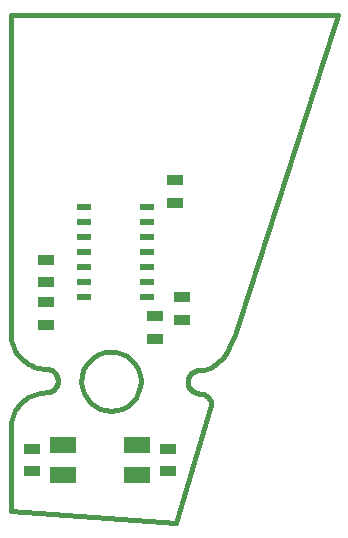
<source format=gtp>
G04 (created by PCBNEW-RS274X (2012-01-19 BZR 3256)-stable) date 21-08-2012 21:20:30*
G01*
G70*
G90*
%MOIN*%
G04 Gerber Fmt 3.4, Leading zero omitted, Abs format*
%FSLAX34Y34*%
G04 APERTURE LIST*
%ADD10C,0.006000*%
%ADD11C,0.015000*%
%ADD12R,0.055000X0.035000*%
%ADD13R,0.086600X0.055100*%
%ADD14R,0.045000X0.020000*%
G04 APERTURE END LIST*
G54D10*
G54D11*
X50413Y-33996D02*
X50610Y-33819D01*
X50256Y-34114D02*
X50413Y-33996D01*
X50197Y-34154D02*
X50256Y-34114D01*
X50098Y-34193D02*
X50197Y-34154D01*
X49980Y-34213D02*
X50098Y-34193D01*
X49843Y-34213D02*
X49980Y-34213D01*
X50768Y-33602D02*
X50610Y-33819D01*
X50906Y-33327D02*
X50768Y-33602D01*
X51024Y-33031D02*
X50906Y-33327D01*
X49843Y-34212D02*
X49809Y-34214D01*
X49775Y-34218D01*
X49742Y-34226D01*
X49709Y-34236D01*
X49677Y-34249D01*
X49647Y-34265D01*
X49618Y-34284D01*
X49590Y-34305D01*
X49565Y-34328D01*
X49542Y-34353D01*
X49521Y-34381D01*
X49502Y-34410D01*
X49486Y-34440D01*
X49473Y-34472D01*
X49463Y-34505D01*
X49455Y-34538D01*
X49451Y-34572D01*
X49449Y-34606D01*
X50237Y-35394D02*
X50235Y-35360D01*
X50231Y-35326D01*
X50223Y-35293D01*
X50213Y-35260D01*
X50200Y-35228D01*
X50184Y-35198D01*
X50165Y-35169D01*
X50144Y-35141D01*
X50121Y-35116D01*
X50096Y-35093D01*
X50068Y-35072D01*
X50040Y-35053D01*
X50009Y-35037D01*
X49977Y-35024D01*
X49944Y-35014D01*
X49911Y-35006D01*
X49877Y-35002D01*
X49843Y-35000D01*
X49449Y-34606D02*
X49451Y-34640D01*
X49455Y-34674D01*
X49463Y-34707D01*
X49473Y-34740D01*
X49486Y-34772D01*
X49502Y-34802D01*
X49521Y-34831D01*
X49542Y-34859D01*
X49565Y-34884D01*
X49590Y-34907D01*
X49618Y-34928D01*
X49647Y-34947D01*
X49677Y-34963D01*
X49709Y-34976D01*
X49742Y-34986D01*
X49775Y-34994D01*
X49809Y-34998D01*
X49843Y-35000D01*
X44724Y-34961D02*
X44622Y-34966D01*
X44519Y-34979D01*
X44419Y-35002D01*
X44321Y-35033D01*
X44225Y-35072D01*
X44134Y-35120D01*
X44047Y-35175D01*
X43965Y-35238D01*
X43889Y-35307D01*
X43820Y-35383D01*
X43757Y-35465D01*
X43702Y-35552D01*
X43654Y-35643D01*
X43615Y-35739D01*
X43584Y-35837D01*
X43561Y-35937D01*
X43548Y-36040D01*
X43543Y-36142D01*
X44724Y-34961D02*
X44758Y-34959D01*
X44792Y-34955D01*
X44825Y-34947D01*
X44858Y-34937D01*
X44890Y-34924D01*
X44921Y-34908D01*
X44949Y-34889D01*
X44977Y-34868D01*
X45002Y-34845D01*
X45025Y-34820D01*
X45046Y-34792D01*
X45065Y-34763D01*
X45081Y-34733D01*
X45094Y-34701D01*
X45104Y-34668D01*
X45112Y-34635D01*
X45116Y-34601D01*
X45118Y-34567D01*
X45118Y-34567D02*
X45116Y-34533D01*
X45112Y-34499D01*
X45104Y-34466D01*
X45094Y-34433D01*
X45081Y-34401D01*
X45065Y-34371D01*
X45046Y-34342D01*
X45025Y-34314D01*
X45002Y-34289D01*
X44977Y-34266D01*
X44949Y-34245D01*
X44921Y-34226D01*
X44890Y-34210D01*
X44858Y-34197D01*
X44825Y-34187D01*
X44792Y-34179D01*
X44758Y-34175D01*
X44724Y-34173D01*
X43543Y-32992D02*
X43548Y-33094D01*
X43561Y-33197D01*
X43584Y-33297D01*
X43615Y-33395D01*
X43654Y-33491D01*
X43702Y-33582D01*
X43757Y-33669D01*
X43820Y-33751D01*
X43889Y-33827D01*
X43965Y-33896D01*
X44047Y-33959D01*
X44134Y-34014D01*
X44225Y-34062D01*
X44321Y-34101D01*
X44419Y-34132D01*
X44519Y-34155D01*
X44622Y-34168D01*
X44724Y-34173D01*
X51024Y-33031D02*
X54449Y-22382D01*
X43543Y-32992D02*
X43543Y-22382D01*
X43543Y-22382D02*
X54449Y-22382D01*
X47878Y-34587D02*
X47859Y-34778D01*
X47803Y-34963D01*
X47712Y-35133D01*
X47591Y-35283D01*
X47442Y-35406D01*
X47272Y-35497D01*
X47088Y-35554D01*
X46896Y-35574D01*
X46705Y-35557D01*
X46520Y-35503D01*
X46350Y-35413D01*
X46199Y-35292D01*
X46075Y-35145D01*
X45982Y-34976D01*
X45924Y-34792D01*
X45903Y-34600D01*
X45919Y-34409D01*
X45972Y-34224D01*
X46060Y-34052D01*
X46180Y-33901D01*
X46327Y-33776D01*
X46495Y-33682D01*
X46678Y-33623D01*
X46870Y-33600D01*
X47061Y-33615D01*
X47247Y-33666D01*
X47419Y-33753D01*
X47571Y-33872D01*
X47697Y-34018D01*
X47792Y-34186D01*
X47853Y-34369D01*
X47877Y-34560D01*
X47878Y-34587D01*
X50236Y-35394D02*
X49055Y-39311D01*
X43543Y-38917D02*
X43543Y-36102D01*
X43543Y-38917D02*
X49055Y-39311D01*
G54D12*
X44252Y-36830D03*
X44252Y-37580D03*
X49016Y-28643D03*
X49016Y-27893D03*
X48346Y-32420D03*
X48346Y-33170D03*
X49252Y-31790D03*
X49252Y-32540D03*
X48780Y-37580D03*
X48780Y-36830D03*
X44724Y-30531D03*
X44724Y-31281D03*
X44724Y-31948D03*
X44724Y-32698D03*
G54D13*
X45276Y-37698D03*
X47756Y-37698D03*
X45276Y-36714D03*
X47756Y-36714D03*
G54D14*
X48108Y-31776D03*
X48108Y-31276D03*
X48108Y-30776D03*
X48108Y-30276D03*
X48108Y-29776D03*
X48108Y-29276D03*
X48108Y-28776D03*
X46008Y-28776D03*
X46008Y-29276D03*
X46008Y-29776D03*
X46008Y-30276D03*
X46008Y-30776D03*
X46008Y-31276D03*
X46008Y-31776D03*
M02*

</source>
